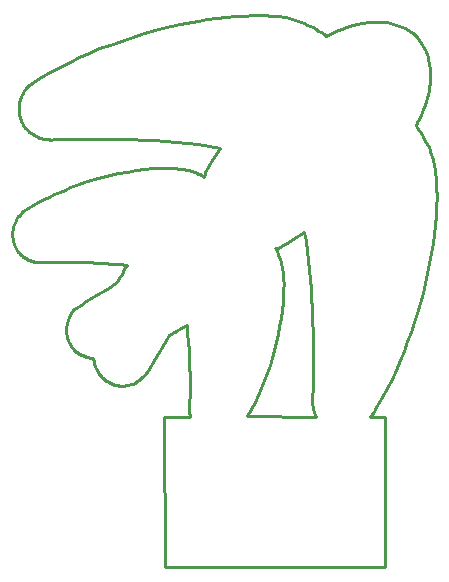
<source format=gm1>
G04 #@! TF.GenerationSoftware,KiCad,Pcbnew,(6.0.10-0)*
G04 #@! TF.CreationDate,2023-06-21T21:42:55+02:00*
G04 #@! TF.ProjectId,SwiftLeeds,53776966-744c-4656-9564-732e6b696361,rev?*
G04 #@! TF.SameCoordinates,Original*
G04 #@! TF.FileFunction,Profile,NP*
%FSLAX46Y46*%
G04 Gerber Fmt 4.6, Leading zero omitted, Abs format (unit mm)*
G04 Created by KiCad (PCBNEW (6.0.10-0)) date 2023-06-21 21:42:55*
%MOMM*%
%LPD*%
G01*
G04 APERTURE LIST*
G04 #@! TA.AperFunction,Profile*
%ADD10C,0.264583*%
G04 #@! TD*
G04 APERTURE END LIST*
D10*
X167243844Y-73177465D02*
X167208640Y-73179383D01*
X144923046Y-72672471D02*
X144952277Y-72771101D01*
X146980531Y-63793137D02*
X147130089Y-63850851D01*
X153092625Y-67033923D02*
X152129180Y-67282613D01*
X146123885Y-74150856D02*
X146201250Y-74188779D01*
X170104205Y-76653030D02*
X170038828Y-75844085D01*
X179783136Y-76181825D02*
X180142590Y-74503180D01*
X178558001Y-54887919D02*
X178356197Y-54753639D01*
X147287811Y-74422616D02*
X147560609Y-74422577D01*
X172725596Y-54643454D02*
X172392993Y-54782619D01*
X146858182Y-74392175D02*
X146943540Y-74404467D01*
X180383997Y-65471792D02*
X180318493Y-65273529D01*
X146503361Y-59253005D02*
X146503361Y-59253005D01*
X168279192Y-53731194D02*
X168014868Y-53675149D01*
X160332951Y-66796079D02*
X160201001Y-66746958D01*
X158718410Y-64236838D02*
X159645450Y-64328090D01*
X167706623Y-74990973D02*
X167736660Y-75199687D01*
X160592976Y-66904478D02*
X160463631Y-66848614D01*
X161102212Y-67140138D02*
X161095753Y-67159497D01*
X180542919Y-72027493D02*
X180631937Y-71238814D01*
X180545107Y-66077197D02*
X180497488Y-65873707D01*
X152129180Y-67282613D02*
X151174411Y-67566651D01*
X170365945Y-87021830D02*
X170347396Y-86959996D01*
X147029282Y-74413699D02*
X147115308Y-74419829D01*
X155532738Y-84399862D02*
X155685577Y-84286012D01*
X167479862Y-73129592D02*
X167447669Y-73141269D01*
X179140077Y-62551005D02*
X179280226Y-62267008D01*
X153915326Y-84846267D02*
X153915326Y-84846267D01*
X149658085Y-78989548D02*
X149605507Y-79103649D01*
X153697515Y-84818059D02*
X153805718Y-84834946D01*
X145781684Y-59983569D02*
X145716335Y-60094541D01*
X147941139Y-68861371D02*
X147497639Y-69087065D01*
X166918366Y-53538677D02*
X166637843Y-53519563D01*
X153092625Y-67033923D02*
X153092625Y-67033923D01*
X170242452Y-85879415D02*
X170250055Y-85668364D01*
X167734616Y-77778809D02*
X167661154Y-78459072D01*
X148069222Y-58288341D02*
X147278129Y-58757035D01*
X174367711Y-54159083D02*
X174100126Y-54213520D01*
X144868362Y-71652845D02*
X144854851Y-71754858D01*
X152014425Y-83562003D02*
X152069175Y-83656048D01*
X172392993Y-54782619D02*
X172064683Y-54931917D01*
X176167181Y-85792567D02*
X176167181Y-85792567D01*
X150198745Y-78295766D02*
X150198745Y-78295766D01*
X167629703Y-73037183D02*
X167629703Y-73037183D01*
X146098874Y-59579104D02*
X146011289Y-59673669D01*
X151802199Y-83062778D02*
X151836039Y-83165948D01*
X179539426Y-61687006D02*
X179656996Y-61391503D01*
X154297835Y-84849265D02*
X154486480Y-84826895D01*
X176419029Y-100171928D02*
X176419029Y-100171928D01*
X150733861Y-74398418D02*
X151365814Y-74417775D01*
X174638407Y-54114059D02*
X174367711Y-54159083D01*
X175738073Y-54038139D02*
X175462049Y-54040486D01*
X146202367Y-69829479D02*
X145783510Y-70099368D01*
X164714620Y-87458160D02*
X164714620Y-87458160D01*
X145973428Y-74067142D02*
X146047911Y-74110296D01*
X159844161Y-83373491D02*
X159856091Y-83871700D01*
X179608515Y-63762739D02*
X179499281Y-63584516D01*
X170263899Y-86577075D02*
X170255398Y-86511810D01*
X180029792Y-60178665D02*
X180094915Y-59869004D01*
X158966684Y-66472717D02*
X158596724Y-66443430D01*
X150101738Y-74387520D02*
X150733861Y-74398418D01*
X145387884Y-61203842D02*
X145380996Y-61333543D01*
X159599734Y-79729268D02*
X159599734Y-79729268D01*
X155000000Y-64000000D02*
X155930469Y-64042474D01*
X149196663Y-74382116D02*
X149469590Y-74384895D01*
X145232655Y-73362332D02*
X145281383Y-73433319D01*
X180731704Y-67673826D02*
X180704213Y-67278282D01*
X147278129Y-58757035D02*
X146503361Y-59253005D01*
X175294872Y-87286758D02*
X175425677Y-87079635D01*
X148923874Y-74384956D02*
X149196663Y-74382116D01*
X161111629Y-67095226D02*
X161107458Y-67118634D01*
X159839647Y-83168549D02*
X159844161Y-83373491D01*
X146394199Y-59326068D02*
X146290369Y-59404985D01*
X149852763Y-78667045D02*
X149781707Y-78770911D01*
X145716335Y-60094541D02*
X145656647Y-60208820D01*
X147130089Y-63850851D02*
X147282741Y-63900160D01*
X180497488Y-65873707D02*
X180443723Y-65671878D01*
X167181951Y-81151016D02*
X167016215Y-81813596D01*
X152989573Y-84557674D02*
X153084561Y-84608966D01*
X167313428Y-73170758D02*
X167278793Y-73174644D01*
X167329394Y-80483648D02*
X167181951Y-81151016D01*
X180164489Y-57739279D02*
X180124739Y-57502891D01*
X151390870Y-82487338D02*
X151494734Y-82505384D01*
X149302011Y-68246929D02*
X148843672Y-68441495D01*
X178861966Y-79488872D02*
X179118026Y-78669612D01*
X146201250Y-74188779D02*
X146279906Y-74224023D01*
X145414577Y-61850376D02*
X145438460Y-61977500D01*
X158254792Y-80490687D02*
X158288581Y-80469378D01*
X170250055Y-85668364D02*
X170270018Y-85246146D01*
X170748743Y-54802862D02*
X170517206Y-54662073D01*
X149768167Y-81409730D02*
X149837472Y-81514885D01*
X159856091Y-83871700D02*
X159859944Y-84381705D01*
X152634537Y-84311485D02*
X152719318Y-84378860D01*
X166075777Y-53498103D02*
X165794475Y-53494006D01*
X145076135Y-70966737D02*
X145034541Y-71060505D01*
X171420704Y-55255833D02*
X171200572Y-55100289D01*
X146290369Y-59404985D02*
X146191914Y-59489436D01*
X178748133Y-55035368D02*
X178558001Y-54887919D01*
X153259172Y-74528451D02*
X153888969Y-74583496D01*
X153181799Y-84655831D02*
X153281166Y-84698107D01*
X177359890Y-54292125D02*
X177097234Y-54215366D01*
X152896956Y-84502117D02*
X152989573Y-84557674D01*
X170201122Y-78270974D02*
X170158368Y-77462277D01*
X180147327Y-59557265D02*
X180186286Y-59243699D01*
X151174411Y-67566651D02*
X150231096Y-67887577D01*
X179850798Y-56580561D02*
X179753504Y-56360304D01*
X157790009Y-64159648D02*
X158718410Y-64236838D01*
X158540619Y-80336491D02*
X158576601Y-80317447D01*
X168592885Y-72439836D02*
X168112120Y-72739871D01*
X155000000Y-64000000D02*
X155000000Y-64000000D01*
X167454630Y-73969424D02*
X167519904Y-74170097D01*
X146177076Y-63276904D02*
X146297225Y-63382590D01*
X167176920Y-73326328D02*
X167213359Y-73399326D01*
X170313934Y-86834393D02*
X170299189Y-86770741D01*
X151083988Y-82410110D02*
X151185289Y-82439734D01*
X145034541Y-71060505D02*
X144996866Y-71155986D01*
X145597176Y-62468103D02*
X145652856Y-62584689D01*
X145715019Y-62698212D02*
X145783705Y-62808353D01*
X152069175Y-83656048D02*
X152127744Y-83747780D01*
X159107229Y-66487236D02*
X158966684Y-66472717D01*
X147282741Y-63900160D02*
X147437970Y-63940946D01*
X149551408Y-80956112D02*
X149596517Y-81073795D01*
X158966684Y-66472717D02*
X158966684Y-66472717D01*
X144933398Y-71351374D02*
X144907666Y-71450924D01*
X169054344Y-53962757D02*
X168799011Y-53875545D01*
X168540600Y-53798175D02*
X168279192Y-53731194D01*
X161114861Y-67070157D02*
X161111629Y-67095226D01*
X159849700Y-87477584D02*
X157708335Y-87487888D01*
X161354198Y-53832140D02*
X160584931Y-53952505D01*
X168014868Y-53675149D02*
X167747707Y-53630586D01*
X166630181Y-83121892D02*
X166410044Y-83766356D01*
X170043290Y-54399082D02*
X169801072Y-54277973D01*
X167806502Y-76253718D02*
X167804232Y-76676289D01*
X145380181Y-61463365D02*
X145385478Y-61592990D01*
X158190741Y-80537035D02*
X158222116Y-80513173D01*
X167477791Y-53598054D02*
X167477791Y-53598054D01*
X147913953Y-64011007D02*
X148074325Y-64016537D01*
X146834583Y-63727136D02*
X146980531Y-63793137D01*
X170270018Y-85246146D02*
X170278006Y-85035065D01*
X170255398Y-86511810D02*
X170255398Y-86511810D01*
X175159004Y-87489322D02*
X175159004Y-87489322D01*
X166832264Y-82470764D02*
X166630181Y-83121892D01*
X180704213Y-67278282D02*
X180667507Y-66883250D01*
X170230001Y-78902757D02*
X170201122Y-78270974D01*
X179864373Y-60790747D02*
X179952698Y-60485996D01*
X159054481Y-54242012D02*
X157536311Y-54593133D01*
X154309803Y-75005598D02*
X154104361Y-75364773D01*
X152822662Y-76634167D02*
X151938027Y-77172996D01*
X145474438Y-70373310D02*
X145406274Y-70450092D01*
X153702405Y-76088149D02*
X152822662Y-76634167D01*
X170497409Y-87375639D02*
X170450304Y-87261365D01*
X145380996Y-61333543D02*
X145380181Y-61463365D01*
X152719318Y-84378860D02*
X152806831Y-84442458D01*
X146943540Y-74404467D02*
X147029282Y-74413699D01*
X145652856Y-62584689D02*
X145715019Y-62698212D01*
X147287811Y-74422616D02*
X147287811Y-74422616D01*
X160067843Y-66701338D02*
X159933540Y-66659304D01*
X146279906Y-74224023D02*
X146359752Y-74256547D01*
X173749757Y-54299455D02*
X173576275Y-54348207D01*
X150693548Y-82252018D02*
X150788528Y-82297546D01*
X153485806Y-84768238D02*
X153590837Y-84795769D01*
X167317374Y-73620835D02*
X167349891Y-73695639D01*
X154486480Y-84826895D02*
X154672346Y-84789488D01*
X170242937Y-86301181D02*
X170239351Y-86090368D01*
X145554420Y-60446020D02*
X145511963Y-60568305D01*
X144907666Y-71450924D02*
X144885977Y-71551474D01*
X167208640Y-73179383D02*
X167173241Y-73180563D01*
X148875121Y-57845603D02*
X148069222Y-58288341D01*
X179952698Y-60485996D02*
X180029792Y-60178665D01*
X155275062Y-66615577D02*
X154543270Y-66736117D01*
X159843247Y-86464015D02*
X159843212Y-86976251D01*
X162415052Y-64698666D02*
X162415052Y-64698666D01*
X149532634Y-63961760D02*
X150902118Y-63939442D01*
X167542198Y-73099924D02*
X167511391Y-73115865D01*
X149167635Y-63968534D02*
X149350079Y-63963753D01*
X165231933Y-53494701D02*
X165231933Y-53494701D01*
X176167181Y-85792567D02*
X176568673Y-85033508D01*
X170282028Y-54527298D02*
X170043290Y-54399082D01*
X144996866Y-71155986D02*
X144963142Y-71253002D01*
X153638262Y-63957886D02*
X155000000Y-64000000D01*
X145332810Y-73502219D02*
X145386836Y-73568990D01*
X169555455Y-54164518D02*
X169306518Y-54059263D01*
X151916868Y-83367625D02*
X151963616Y-83465808D01*
X167381138Y-73770990D02*
X167454630Y-73969424D01*
X170330031Y-86897498D02*
X170313934Y-86834393D01*
X157856635Y-66417758D02*
X157486706Y-66420273D01*
X158160853Y-80562472D02*
X158190741Y-80537035D01*
X179386108Y-63408923D02*
X179386108Y-63408923D01*
X167381525Y-73159129D02*
X167347692Y-73165640D01*
X170255152Y-79534849D02*
X170230001Y-78902757D01*
X149929989Y-78567262D02*
X149852763Y-78667045D01*
X170406259Y-87143274D02*
X170365945Y-87021830D01*
X175552545Y-86868870D02*
X175676599Y-86655383D01*
X163675460Y-53574748D02*
X162899687Y-53642748D01*
X170517206Y-54662073D02*
X170282028Y-54527298D01*
X167283702Y-73546541D02*
X167317374Y-73620835D01*
X179280226Y-62267008D02*
X179413589Y-61978925D01*
X147560609Y-74422577D02*
X147833305Y-74417725D01*
X158576601Y-80317447D02*
X158612019Y-80297792D01*
X145121617Y-70874860D02*
X145076135Y-70966737D01*
X145858956Y-62914795D02*
X145858956Y-62914795D01*
X152397803Y-84088328D02*
X152473659Y-84166057D01*
X151599038Y-82519637D02*
X151703575Y-82530130D01*
X170281750Y-84824060D02*
X170281750Y-84824060D01*
X161768614Y-65710735D02*
X161130375Y-66727999D01*
X170285879Y-86706598D02*
X170274087Y-86642023D01*
X150102974Y-78381287D02*
X150013390Y-78471898D01*
X171200572Y-55100289D02*
X170976558Y-54949116D01*
X145066758Y-73058360D02*
X145103679Y-73137272D01*
X146440688Y-74286307D02*
X146522612Y-74313261D01*
X167213359Y-73399326D02*
X167248992Y-73472717D01*
X149518788Y-79339736D02*
X149484636Y-79461052D01*
X145692433Y-73869429D02*
X145759940Y-73922537D01*
X149559076Y-79220490D02*
X149518788Y-79339736D01*
X158132638Y-80589683D02*
X158160853Y-80562472D01*
X149781707Y-78770911D02*
X149716817Y-78878524D01*
X180586397Y-66282268D02*
X180545107Y-66077197D01*
X158288581Y-80469378D02*
X158323298Y-80449048D01*
X148843672Y-68441495D02*
X148389933Y-68646245D01*
X150983956Y-82376559D02*
X151083988Y-82410110D01*
X149716817Y-78878524D02*
X149658085Y-78989548D01*
X177617827Y-54383829D02*
X177359890Y-54292125D01*
X145386836Y-73568990D02*
X145443361Y-73633590D01*
X152552611Y-84240496D02*
X152634537Y-84311485D01*
X144985952Y-72868411D02*
X145024102Y-72964224D01*
X150600665Y-82202430D02*
X150693548Y-82252018D01*
X179753504Y-56360304D02*
X179644657Y-56145983D01*
X145170957Y-70785053D02*
X145121617Y-70874860D01*
X170201122Y-78270974D02*
X170201122Y-78270974D01*
X167278793Y-73174644D02*
X167243844Y-73177465D01*
X180192776Y-57976181D02*
X180192776Y-57976181D01*
X168799011Y-53875545D02*
X168540600Y-53798175D01*
X167477791Y-53598054D02*
X167198388Y-53564549D01*
X145783705Y-62808353D02*
X145858956Y-62914795D01*
X179524242Y-55938505D02*
X179392245Y-55738771D01*
X170278006Y-85035065D02*
X170281750Y-84824060D01*
X145444567Y-60818653D02*
X145419710Y-60946079D01*
X156310739Y-83573231D02*
X156402512Y-83406562D01*
X175462049Y-54040486D02*
X175186288Y-54054257D01*
X179118026Y-78669612D02*
X179356778Y-77845025D01*
X178297151Y-81109458D02*
X178588406Y-80302317D01*
X156402512Y-83406562D02*
X156402512Y-83406562D01*
X151874302Y-83267618D02*
X151916868Y-83367625D01*
X153084561Y-84608966D02*
X153181799Y-84655831D01*
X169550514Y-71833640D02*
X169550514Y-71833640D01*
X158394766Y-80410529D02*
X158540619Y-80336491D01*
X145400802Y-61074581D02*
X145387884Y-61203842D01*
X149694306Y-57427506D02*
X148875121Y-57845603D01*
X147833305Y-74417725D02*
X148378552Y-74400535D01*
X161095753Y-67159497D02*
X161095753Y-67159497D01*
X154517858Y-74647927D02*
X154517858Y-74647927D01*
X170274087Y-86642023D02*
X170263899Y-86577075D01*
X144849943Y-72268324D02*
X144861707Y-72370448D01*
X149912812Y-81616070D02*
X149994181Y-81712949D01*
X173403918Y-54400603D02*
X173062551Y-54515692D01*
X179093443Y-55366156D02*
X178926609Y-55195081D01*
X154011362Y-84853189D02*
X154107191Y-84855941D01*
X145341813Y-70529836D02*
X145281085Y-70612363D01*
X153888969Y-74583496D02*
X154517858Y-74647927D01*
X158323298Y-80449048D02*
X158358755Y-80429498D01*
X170306506Y-81796816D02*
X170290005Y-80785032D01*
X171740606Y-55090078D02*
X171420704Y-55255833D01*
X170275509Y-80163518D02*
X170255152Y-79534849D01*
X156010099Y-66519820D02*
X155275062Y-66615577D01*
X144877792Y-72471966D02*
X144898228Y-72572700D01*
X153702405Y-76088149D02*
X153702405Y-76088149D01*
X179713625Y-63943511D02*
X179608515Y-63762739D01*
X145900539Y-74021436D02*
X145973428Y-74067142D01*
X145621753Y-70229345D02*
X145546275Y-70299669D01*
X180443723Y-65671878D02*
X180383997Y-65471792D01*
X167173241Y-73180563D02*
X167102085Y-73181361D01*
X145626920Y-73813938D02*
X145692433Y-73869429D01*
X150198745Y-78295766D02*
X150102974Y-78381287D01*
X149452482Y-80590650D02*
X149479384Y-80714204D01*
X160720924Y-66963584D02*
X160592976Y-66904478D01*
X154854655Y-84737700D02*
X155032627Y-84672187D01*
X180436691Y-72812999D02*
X180542919Y-72027493D01*
X149416922Y-80340018D02*
X149431659Y-80465809D01*
X164452950Y-53525228D02*
X163675460Y-53574748D01*
X155032627Y-84672187D02*
X155205484Y-84593606D01*
X177660782Y-82702875D02*
X177988007Y-81909807D01*
X176830569Y-54153049D02*
X176560609Y-54104671D01*
X180170886Y-64882794D02*
X180089152Y-64690484D01*
X149350079Y-63963753D02*
X149532634Y-63961760D01*
X169962431Y-75036291D02*
X169875207Y-74230499D01*
X149764601Y-68062353D02*
X149302011Y-68246929D01*
X170299189Y-86770741D02*
X170285879Y-86706598D01*
X145602662Y-60326086D02*
X145554420Y-60446020D01*
X150885400Y-82339049D02*
X150983956Y-82376559D01*
X146423566Y-63480574D02*
X146555584Y-63570737D01*
X147115308Y-74419829D02*
X147201518Y-74422816D01*
X158226674Y-66425294D02*
X157856635Y-66417758D01*
X180318493Y-65273529D02*
X180247395Y-65077169D01*
X146627905Y-69570927D02*
X146202367Y-69829479D01*
X148378552Y-74400535D02*
X148923874Y-74384956D01*
X150231096Y-67887577D02*
X149764601Y-68062353D01*
X145852653Y-59876220D02*
X145781684Y-59983569D01*
X162415052Y-64698666D02*
X162090472Y-65203861D01*
X160570794Y-64434648D02*
X161494107Y-64557759D01*
X158222116Y-80513173D02*
X158254792Y-80490687D01*
X167198388Y-53564549D02*
X166918366Y-53538677D01*
X144842469Y-72165772D02*
X144849943Y-72268324D01*
X177097234Y-54215366D02*
X176830569Y-54153049D01*
X159524398Y-66555582D02*
X159386149Y-66528755D01*
X162090472Y-65203861D02*
X161768614Y-65710735D01*
X146011289Y-59673669D02*
X145929202Y-59772814D01*
X180186286Y-59243699D02*
X180211051Y-58928557D01*
X161121146Y-66958122D02*
X161119057Y-67016007D01*
X180247395Y-65077169D02*
X180170886Y-64882794D01*
X180667507Y-66883250D02*
X180621174Y-66488838D01*
X154672346Y-84789488D02*
X154854655Y-84737700D01*
X145186729Y-73289300D02*
X145232655Y-73362332D01*
X159730469Y-81137372D02*
X159780247Y-81850654D01*
X167627358Y-74577319D02*
X167670319Y-74783447D01*
X151497364Y-77444923D02*
X151059666Y-77721305D01*
X144963142Y-71253002D02*
X144933398Y-71351374D01*
X159645450Y-64328090D02*
X160570794Y-64434648D01*
X157708335Y-87487888D02*
X157776697Y-100169284D01*
X151728427Y-82745899D02*
X151748272Y-82852591D01*
X155205484Y-84593606D02*
X155372448Y-84502612D01*
X178993885Y-62830664D02*
X179140077Y-62551005D01*
X158358755Y-80429498D02*
X158394766Y-80410529D01*
X180220881Y-58612089D02*
X180215036Y-58294546D01*
X149647683Y-81188849D02*
X149704902Y-81300939D01*
X179386108Y-63408923D02*
X179338867Y-63335463D01*
X169550514Y-71833640D02*
X168592885Y-72439836D01*
X158646684Y-80277327D02*
X158680410Y-80255853D01*
X179356778Y-77845025D02*
X179578417Y-77015600D01*
X156860583Y-64095276D02*
X157790009Y-64159648D01*
X170347396Y-86959996D02*
X170330031Y-86897498D01*
X158132638Y-80589683D02*
X158132638Y-80589683D01*
X145468621Y-62103153D02*
X145505099Y-62227016D01*
X169875207Y-74230499D02*
X169777350Y-73427559D01*
X151703575Y-82530130D02*
X151713487Y-82638357D01*
X180010785Y-57035274D02*
X179936553Y-56805853D01*
X146297225Y-63382590D02*
X146423566Y-63480574D01*
X150510088Y-82148751D02*
X150600665Y-82202430D01*
X166171936Y-84403530D02*
X165915935Y-85032789D01*
X166637843Y-53519563D02*
X166356940Y-53506330D01*
X152806831Y-84442458D02*
X152896956Y-84502117D01*
X153590837Y-84795769D02*
X153697515Y-84818059D01*
X157776697Y-100169284D02*
X176419029Y-100171928D01*
X175676599Y-86655383D02*
X176167181Y-85792567D01*
X176951308Y-84265214D02*
X177315280Y-83488173D01*
X145546275Y-70299669D02*
X145474438Y-70373310D01*
X153281166Y-84698107D02*
X153382542Y-84735630D01*
X157536311Y-54593133D02*
X156032223Y-55001768D01*
X147201518Y-74422816D02*
X147287811Y-74422616D01*
X179578417Y-77015600D02*
X179783136Y-76181825D01*
X159859944Y-84381705D02*
X159853151Y-85421967D01*
X152216375Y-56307880D02*
X151366453Y-56659962D01*
X166410044Y-83766356D02*
X166171936Y-84403530D01*
X150254266Y-81962827D02*
X150336682Y-82028982D01*
X146047911Y-74110296D02*
X146123885Y-74150856D01*
X149994181Y-81712949D02*
X150081574Y-81805186D01*
X147595259Y-63973095D02*
X147754092Y-63996487D01*
X146522612Y-74313261D02*
X146605424Y-74337367D01*
X170309385Y-82813624D02*
X170306506Y-81796816D01*
X178926609Y-55195081D02*
X178748133Y-55035368D01*
X180002374Y-64500320D02*
X179910738Y-64312383D01*
X170247922Y-86406521D02*
X170242937Y-86301181D01*
X155830186Y-84161718D02*
X155965785Y-84027637D01*
X178116692Y-54614083D02*
X177870331Y-54490981D01*
X179910738Y-64312383D02*
X179814427Y-64126753D01*
X147437970Y-63940946D02*
X147595259Y-63973095D01*
X157486706Y-66420273D02*
X157116988Y-66432287D01*
X149479384Y-80714204D02*
X149512362Y-80836137D01*
X179193407Y-63117496D02*
X179094162Y-62973703D01*
X179936553Y-56805853D02*
X179850798Y-56580561D01*
X149405727Y-80086927D02*
X149408276Y-80213612D01*
X170450304Y-87261365D02*
X170406259Y-87143274D01*
X154517858Y-74647927D02*
X154309803Y-75005598D01*
X147059778Y-69323519D02*
X146627905Y-69570927D01*
X156091596Y-83884424D02*
X156206840Y-83732737D01*
X149434720Y-79708549D02*
X149418944Y-79834060D01*
X179814427Y-64126753D02*
X179713625Y-63943511D01*
X161130375Y-66727999D02*
X161127704Y-66754096D01*
X145066758Y-73058360D02*
X145066758Y-73058360D01*
X149418944Y-79834060D02*
X149409281Y-79960297D01*
X153901804Y-75725581D02*
X153702405Y-76088149D01*
X161130375Y-66727999D02*
X161130375Y-66727999D01*
X179644657Y-56145983D02*
X179524242Y-55938505D01*
X170976558Y-54949116D02*
X170748743Y-54802862D01*
X155372448Y-84502612D02*
X155532738Y-84399862D01*
X178356197Y-54753639D02*
X178356197Y-54753639D01*
X151287652Y-82465466D02*
X151390870Y-82487338D01*
X176568673Y-85033508D02*
X176951308Y-84265214D01*
X144898228Y-72572700D02*
X144923046Y-72672471D01*
X170300510Y-83825893D02*
X170309385Y-82813624D01*
X180215036Y-58294546D02*
X180192776Y-57976181D01*
X151748272Y-82852591D02*
X151772903Y-82958272D01*
X156206840Y-83732737D02*
X156310739Y-83573231D01*
X145024102Y-72964224D02*
X145066758Y-73058360D01*
X165350579Y-86265058D02*
X165041385Y-86866818D01*
X179499281Y-63584516D02*
X179386108Y-63408923D01*
X148803012Y-63983657D02*
X149167635Y-63968534D01*
X167569076Y-79137051D02*
X167458462Y-79812118D01*
X167747707Y-53630586D02*
X167477791Y-53598054D01*
X172064683Y-54931917D02*
X171740606Y-55090078D01*
X159780247Y-81850654D02*
X159818841Y-82563720D01*
X167670319Y-74783447D02*
X167706623Y-74990973D01*
X151713487Y-82638357D02*
X151728427Y-82745899D01*
X149532634Y-63961760D02*
X149532634Y-63961760D01*
X162125858Y-53728717D02*
X161354198Y-53832140D01*
X165915935Y-85032789D02*
X165642123Y-85653507D01*
X147497639Y-69087065D02*
X147059778Y-69323519D01*
X151997448Y-74445776D02*
X152628616Y-74482606D01*
X174911504Y-54078949D02*
X174638407Y-54114059D01*
X179290947Y-63262437D02*
X179193407Y-63117496D01*
X156827304Y-82702467D02*
X157258910Y-81999714D01*
X149431659Y-80465809D02*
X149452482Y-80590650D01*
X180631937Y-71238814D02*
X180700469Y-70447833D01*
X176419029Y-100171928D02*
X176398365Y-87504169D01*
X154104361Y-75364773D02*
X153901804Y-75725581D01*
X178356197Y-54753639D02*
X178116692Y-54614083D01*
X145858956Y-62914795D02*
X145957426Y-63042889D01*
X150788528Y-82297546D02*
X150885400Y-82339049D01*
X180750387Y-68069773D02*
X180731704Y-67673826D01*
X171420704Y-55255833D02*
X171420704Y-55255833D01*
X160463631Y-66848614D02*
X160332951Y-66796079D01*
X170290005Y-80785032D02*
X170290005Y-80785032D01*
X152473659Y-84166057D02*
X152552611Y-84240496D01*
X161117291Y-67043670D02*
X161114861Y-67070157D01*
X160847412Y-67025847D02*
X160720924Y-66963584D01*
X165794475Y-53494006D02*
X165231933Y-53494701D01*
X146503361Y-59253005D02*
X146394199Y-59326068D01*
X167661154Y-78459072D02*
X167569076Y-79137051D01*
X157258910Y-81999714D02*
X158132638Y-80589683D01*
X149512362Y-80836137D02*
X149551408Y-80956112D01*
X170290005Y-80785032D02*
X170275509Y-80163518D01*
X180621174Y-66488838D02*
X180621174Y-66488838D01*
X153805718Y-84834946D02*
X153915326Y-84846267D01*
X145281085Y-70612363D02*
X145224123Y-70697495D01*
X165041385Y-86866818D02*
X164714620Y-87458160D01*
X150013390Y-78471898D02*
X149929989Y-78567262D01*
X162899687Y-53642748D02*
X162125858Y-53728717D01*
X151365814Y-74417775D02*
X151997448Y-74445776D01*
X145502284Y-73695976D02*
X145563504Y-73756106D01*
X144885977Y-71551474D02*
X144868362Y-71652845D01*
X151494734Y-82505384D02*
X151599038Y-82519637D01*
X155685577Y-84286012D02*
X155830186Y-84161718D01*
X176013649Y-54047718D02*
X175738073Y-54038139D01*
X175186288Y-54054257D02*
X174911504Y-54078949D01*
X159661755Y-66586340D02*
X159524398Y-66555582D01*
X167511391Y-73115865D02*
X167479862Y-73129592D01*
X146692762Y-63652964D02*
X146834583Y-63727136D01*
X150902118Y-63939442D02*
X152271481Y-63937925D01*
X170038828Y-75844085D02*
X169962431Y-75036291D01*
X144861707Y-72370448D02*
X144877792Y-72471966D01*
X167248992Y-73472717D02*
X167283702Y-73546541D01*
X146359752Y-74256547D02*
X146440688Y-74286307D01*
X166356940Y-53506330D02*
X166075777Y-53498103D01*
X153915326Y-84846267D02*
X154011362Y-84853189D01*
X145281383Y-73433319D02*
X145332810Y-73502219D01*
X167447669Y-73141269D02*
X167414870Y-73151060D01*
X167789383Y-77096885D02*
X167789383Y-77096885D01*
X180621174Y-66488838D02*
X180586397Y-66282268D01*
X149469590Y-74384895D02*
X149469590Y-74384895D01*
X180700469Y-70447833D02*
X180745239Y-69655419D01*
X159843212Y-86976251D02*
X159849700Y-87477584D01*
X148389933Y-68646245D02*
X147941139Y-68861371D01*
X159833029Y-82957572D02*
X159839647Y-83168549D01*
X180192776Y-57976181D02*
X180164489Y-57739279D01*
X158612019Y-80297792D02*
X158646684Y-80277327D01*
X165642123Y-85653507D02*
X165350579Y-86265058D01*
X149596517Y-81073795D02*
X149647683Y-81188849D01*
X176398365Y-87504169D02*
X176398365Y-87504169D01*
X158596724Y-66443430D02*
X158226674Y-66425294D01*
X159141093Y-79994338D02*
X159599734Y-79729268D01*
X169669054Y-72628323D02*
X169550514Y-71833640D01*
X150174985Y-81892446D02*
X150254266Y-81962827D01*
X180089152Y-64690484D02*
X180002374Y-64500320D01*
X161494107Y-64557759D02*
X162415052Y-64698666D01*
X149469590Y-74384895D02*
X150101738Y-74387520D01*
X145475332Y-60692622D02*
X145444567Y-60818653D01*
X151185289Y-82439734D02*
X151287652Y-82465466D01*
X150336682Y-82028982D02*
X150422025Y-82090946D01*
X146555584Y-63570737D02*
X146692762Y-63652964D01*
X149408276Y-80213612D02*
X149416922Y-80340018D01*
X167615674Y-73049314D02*
X167601413Y-73060747D01*
X154544019Y-55463814D02*
X153073502Y-55975169D01*
X145419710Y-60946079D02*
X145400802Y-61074581D01*
X151938027Y-77172996D02*
X151497364Y-77444923D01*
X167629703Y-73037183D02*
X167615674Y-73049314D01*
X175425677Y-87079635D02*
X175552545Y-86868870D01*
X160201001Y-66746958D02*
X160067843Y-66701338D01*
X155930469Y-64042474D02*
X156860583Y-64095276D01*
X156402512Y-83406562D02*
X156827304Y-82702467D01*
X180124739Y-57502891D02*
X180073509Y-57267922D01*
X149484636Y-79461052D02*
X149456615Y-79584101D01*
X167414870Y-73151060D02*
X167381525Y-73159129D01*
X145438460Y-61977500D02*
X145468621Y-62103153D01*
X174100126Y-54213520D02*
X173924371Y-54254507D01*
X167519904Y-74170097D02*
X167577350Y-74372799D01*
X180094915Y-59869004D02*
X180147327Y-59557265D01*
X159933540Y-66659304D02*
X159798157Y-66620943D01*
X179338867Y-63335463D02*
X179290947Y-63262437D01*
X169306518Y-54059263D02*
X169054344Y-53962757D01*
X149456615Y-79584101D02*
X149434720Y-79708549D01*
X145505099Y-62227016D02*
X145547938Y-62348773D01*
X174100126Y-54213520D02*
X174100126Y-54213520D01*
X146605424Y-74337367D02*
X146689024Y-74358583D01*
X151059666Y-77721305D02*
X150626327Y-78004224D01*
X159844161Y-83373491D02*
X159844161Y-83373491D01*
X161119057Y-67016007D02*
X161117291Y-67043670D01*
X150525257Y-57032731D02*
X149694306Y-57427506D01*
X170255398Y-86511810D02*
X170247922Y-86406521D01*
X170281750Y-84824060D02*
X170300510Y-83825893D01*
X167572225Y-73081607D02*
X167542198Y-73099924D01*
X158680410Y-80255853D02*
X158680410Y-80255853D01*
X178588406Y-80302317D02*
X178861966Y-79488872D01*
X151366453Y-56659962D02*
X150525257Y-57032731D01*
X155965785Y-84027637D02*
X156091596Y-83884424D01*
X145783510Y-70099368D02*
X145783510Y-70099368D01*
X169801072Y-54277973D02*
X169555455Y-54164518D01*
X154107191Y-84855941D02*
X154297835Y-84849265D01*
X180436691Y-72812999D02*
X180436691Y-72812999D01*
X149837472Y-81514885D02*
X149912812Y-81616070D01*
X152628616Y-74482606D02*
X153259172Y-74528451D01*
X157116988Y-66432287D02*
X156747581Y-66453250D01*
X145783510Y-70099368D02*
X145700842Y-70162519D01*
X168112120Y-72739871D02*
X167629703Y-73037183D01*
X145929202Y-59772814D02*
X145852653Y-59876220D01*
X151772903Y-82958272D02*
X151802199Y-83062778D01*
X146689024Y-74358583D02*
X146773310Y-74376867D01*
X164714620Y-87458160D02*
X170546903Y-87485633D01*
X180142590Y-74503180D02*
X180436691Y-72812999D01*
X161125741Y-66781440D02*
X161123390Y-66838900D01*
X179413589Y-61978925D02*
X179539426Y-61687006D01*
X156032223Y-55001768D02*
X154544019Y-55463814D01*
X145511963Y-60568305D02*
X145475332Y-60692622D01*
X152255858Y-83923656D02*
X152325162Y-84007474D01*
X145406274Y-70450092D02*
X145341813Y-70529836D01*
X159670101Y-80428650D02*
X159730469Y-81137372D01*
X161127704Y-66754096D02*
X161125741Y-66781440D01*
X145700842Y-70162519D02*
X145621753Y-70229345D01*
X149409281Y-79960297D02*
X149405727Y-80086927D01*
X159818841Y-82563720D02*
X159833029Y-82957572D01*
X146063638Y-63163631D02*
X146177076Y-63276904D01*
X167381138Y-73770990D02*
X167381138Y-73770990D01*
X145829343Y-73973220D02*
X145900539Y-74021436D01*
X145103679Y-73137272D02*
X145143703Y-73214266D01*
X175159004Y-87489322D02*
X175294872Y-87286758D01*
X170546903Y-87485633D02*
X170497409Y-87375639D01*
X151836039Y-83165948D02*
X151874302Y-83267618D01*
X160584931Y-53952505D02*
X159054481Y-54242012D01*
X169777350Y-73427559D02*
X169669054Y-72628323D01*
X179392245Y-55738771D02*
X179248650Y-55547687D01*
X149704902Y-81300939D02*
X149768167Y-81409730D01*
X145224123Y-70697495D02*
X145170957Y-70785053D01*
X150626327Y-78004224D02*
X150198745Y-78295766D01*
X157776697Y-100169284D02*
X157776697Y-100169284D01*
X180211051Y-58928557D02*
X180220881Y-58612089D01*
X161107458Y-67118634D02*
X161102212Y-67140138D01*
X170158368Y-77462277D02*
X170104205Y-76653030D01*
X147754092Y-63996487D02*
X147913953Y-64011007D01*
X177315280Y-83488173D02*
X177660782Y-82702875D01*
X158680410Y-80255853D02*
X159141093Y-79994338D01*
X180073509Y-57267922D02*
X180010785Y-57035274D01*
X145143703Y-73214266D02*
X145186729Y-73289300D01*
X149605507Y-79103649D02*
X149559076Y-79220490D01*
X167736660Y-75199687D02*
X167760820Y-75409379D01*
X167102085Y-73181361D02*
X167102085Y-73181361D01*
X159818841Y-82563720D02*
X159818841Y-82563720D01*
X173924371Y-54254507D02*
X173749757Y-54299455D01*
X152127744Y-83747780D02*
X152255858Y-83923656D01*
X167789383Y-77096885D02*
X167734616Y-77778809D01*
X152271481Y-63937925D02*
X153638262Y-63957886D01*
X167779495Y-75619838D02*
X167793073Y-75830854D01*
X153073502Y-55975169D02*
X152216375Y-56307880D01*
X165231933Y-53494701D02*
X164452950Y-53525228D01*
X177870331Y-54490981D02*
X177617827Y-54383829D01*
X145385478Y-61592990D02*
X145396930Y-61722100D01*
X153073502Y-55975169D02*
X153073502Y-55975169D01*
X167102085Y-73181361D02*
X167176920Y-73326328D01*
X150422025Y-82090946D02*
X150510088Y-82148751D01*
X146773310Y-74376867D02*
X146858182Y-74392175D01*
X177988007Y-81909807D02*
X178297151Y-81109458D01*
X167804232Y-76676289D02*
X167789383Y-77096885D01*
X159849700Y-87477584D02*
X159849700Y-87477584D01*
X176398365Y-87504169D02*
X175159004Y-87489322D01*
X145563504Y-73756106D02*
X145626920Y-73813938D01*
X145396930Y-61722100D02*
X145414577Y-61850376D01*
X179765559Y-61092666D02*
X179864373Y-60790747D01*
X148074325Y-64016537D02*
X148074325Y-64016537D01*
X167601413Y-73060747D02*
X167572225Y-73081607D01*
X180762970Y-68862442D02*
X180750387Y-68069773D01*
X167577350Y-74372799D02*
X167627358Y-74577319D01*
X156747581Y-66453250D02*
X156010099Y-66519820D01*
X167016215Y-81813596D02*
X166832264Y-82470764D01*
X170239351Y-86090368D02*
X170242452Y-85879415D01*
X145656647Y-60208820D02*
X145602662Y-60326086D01*
X144952277Y-72771101D02*
X144985952Y-72868411D01*
X167347692Y-73165640D02*
X167313428Y-73170758D01*
X151963616Y-83465808D02*
X152014425Y-83562003D01*
X144845475Y-71857336D02*
X144840266Y-71960100D01*
X178993885Y-62830664D02*
X178993885Y-62830664D01*
X167793073Y-75830854D02*
X167806502Y-76253718D01*
X180745239Y-69655419D02*
X180762970Y-68862442D01*
X145759940Y-73922537D02*
X145829343Y-73973220D01*
X148438623Y-64001526D02*
X148803012Y-63983657D01*
X145547938Y-62348773D02*
X145597176Y-62468103D01*
X179248650Y-55547687D02*
X179093443Y-55366156D01*
X150081574Y-81805186D02*
X150174985Y-81892446D01*
X167760820Y-75409379D02*
X167779495Y-75619838D01*
X154543270Y-66736117D02*
X153815524Y-66877034D01*
X167349891Y-73695639D02*
X167381138Y-73770990D01*
X167458462Y-79812118D02*
X167329394Y-80483648D01*
X159247072Y-66505944D02*
X159107229Y-66487236D01*
X144854851Y-71754858D02*
X144845475Y-71857336D01*
X173576275Y-54348207D02*
X173403918Y-54400603D01*
X144840266Y-71960100D02*
X144839254Y-72062972D01*
X179094162Y-62973703D02*
X178993885Y-62830664D01*
X148074325Y-64016537D02*
X148438623Y-64001526D01*
X159798157Y-66620943D02*
X159661755Y-66586340D01*
X160972376Y-67091180D02*
X160847412Y-67025847D01*
X153382542Y-84735630D02*
X153485806Y-84768238D01*
X145957426Y-63042889D02*
X146063638Y-63163631D01*
X151703575Y-82530130D02*
X151703575Y-82530130D01*
X179656996Y-61391503D02*
X179765559Y-61092666D01*
X159599734Y-79729268D02*
X159670101Y-80428650D01*
X161123390Y-66838900D02*
X161121146Y-66958122D01*
X173062551Y-54515692D02*
X172725596Y-54643454D01*
X176288065Y-54069728D02*
X176013649Y-54047718D01*
X152325162Y-84007474D02*
X152397803Y-84088328D01*
X150174985Y-81892446D02*
X150174985Y-81892446D01*
X153815524Y-66877034D02*
X153092625Y-67033923D01*
X146191914Y-59489436D02*
X146098874Y-59579104D01*
X144839254Y-72062972D02*
X144842469Y-72165772D01*
X161095753Y-67159497D02*
X160972376Y-67091180D01*
X176560609Y-54104671D02*
X176288065Y-54069728D01*
X145443361Y-73633590D02*
X145502284Y-73695976D01*
X159853151Y-85421967D02*
X159843247Y-86464015D01*
X159386149Y-66528755D02*
X159247072Y-66505944D01*
M02*

</source>
